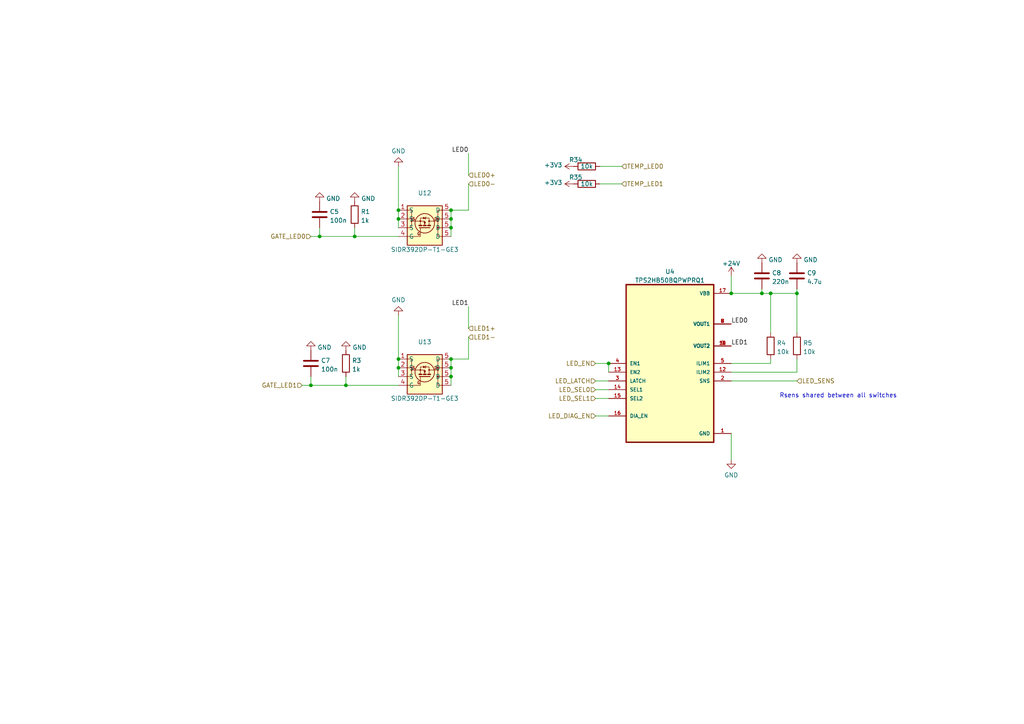
<source format=kicad_sch>
(kicad_sch (version 20211123) (generator eeschema)
  (paper "A4")
  (lib_symbols
    (symbol "Device:C" (pin_numbers hide) (pin_names (offset 0.254))
      (property "Reference" "C" (at 0.635 2.54 0))
      (property "Value" "C" (at 0.635 -2.54 0))
      (symbol "C_0_1"
        (polyline (pts (xy -2.032 -0.762) (xy 2.032 -0.762)) (stroke (width 0.508)))
        (polyline (pts (xy -2.032 0.762) (xy 2.032 0.762)) (stroke (width 0.508)))
      )
      (symbol "C_1_1"
        (pin passive line (at 0 3.81 270) (length 2.794) (name "~") (number "1"))
        (pin passive line (at 0 -3.81 90) (length 2.794) (name "~") (number "2"))
      )
    )
    (symbol "Device:R" (pin_numbers hide) (pin_names (offset 0))
      (property "Reference" "R" (at 2.032 0 90))
      (property "Value" "R" (at 0 0 90))
      (symbol "R_0_1"
        (rectangle (start -1.016 -2.54) (end 1.016 2.54) (stroke (width 0.254)))
      )
      (symbol "R_1_1"
        (pin passive line (at 0 3.81 270) (length 1.27) (name "~") (number "1"))
        (pin passive line (at 0 -3.81 90) (length 1.27) (name "~") (number "2"))
      )
    )
    (symbol "TPS2HB50BQPWPRQ1:TPS2HB50BQPWPRQ1" (pin_names (offset 1.016))
      (property "Reference" "U" (at -12.7 23.86 0))
      (property "Value" "TPS2HB50BQPWPRQ1" (at -12.7 -26.86 0))
      (symbol "TPS2HB50BQPWPRQ1_0_0"
        (rectangle (start -12.7 -22.86) (end 12.7 22.86) (stroke (width 0.41)) (fill (type background)))
        (pin power_in line (at 17.78 -20.32 180) (length 5.08) (name "GND") (number "1"))
        (pin power_out line (at 17.78 5.08 180) (length 5.08) (name "VOUT2") (number "10"))
        (pin power_out line (at 17.78 5.08 180) (length 5.08) (name "VOUT2") (number "11"))
        (pin output line (at 17.78 -2.54 180) (length 5.08) (name "ILIM2") (number "12"))
        (pin input line (at -17.78 -2.54 0) (length 5.08) (name "EN2") (number "13"))
        (pin input line (at -17.78 -7.62 0) (length 5.08) (name "SEL1") (number "14"))
        (pin input line (at -17.78 -10.16 0) (length 5.08) (name "SEL2") (number "15"))
        (pin bidirectional line (at -17.78 -15.24 0) (length 5.08) (name "DIA_EN") (number "16"))
        (pin power_in line (at 17.78 20.32 180) (length 5.08) (name "VBB") (number "17"))
        (pin output line (at 17.78 -5.08 180) (length 5.08) (name "SNS") (number "2"))
        (pin input line (at -17.78 -5.08 0) (length 5.08) (name "LATCH") (number "3"))
        (pin input line (at -17.78 0 0) (length 5.08) (name "EN1") (number "4"))
        (pin output line (at 17.78 0 180) (length 5.08) (name "ILIM1") (number "5"))
        (pin power_out line (at 17.78 11.43 180) (length 5.08) (name "VOUT1") (number "6"))
        (pin power_out line (at 17.78 11.43 180) (length 5.08) (name "VOUT1") (number "7"))
        (pin power_out line (at 17.78 11.43 180) (length 5.08) (name "VOUT1") (number "8"))
        (pin power_out line (at 17.78 5.08 180) (length 5.08) (name "VOUT2") (number "9"))
      )
    )
    (symbol "custom:SIDR392DP-T1-GE3"
      (property "Reference" "U" (at -5.08 7.62 0))
      (property "Value" "SIDR392DP-T1-GE3" (at 0 -6.35 0))
      (symbol "SIDR392DP-T1-GE3_0_0"
        (circle (center -3.81 1.905) (radius 0.127) (stroke (width 0.254)))
        (circle (center -1.27 1.905) (radius 0.127) (stroke (width 0.254)))
        (polyline (pts (xy -5.08 2.54) (xy -3.81 2.54)))
        (polyline (pts (xy -1.27 1.905) (xy -3.81 1.905)))
        (polyline (pts (xy 5.08 2.54) (xy 3.81 2.54)))
        (polyline (pts (xy -1.27 0.635) (xy -1.27 2.794) (xy 1.27 2.794) (xy 1.27 0.635)))
        (polyline (pts (xy 0.127 2.794) (xy -0.381 3.048) (xy -0.381 2.54) (xy 0.127 2.794)) (fill (type outline)))
        (polyline (pts (xy 0.381 3.175) (xy 0.254 3.048) (xy 0.254 2.54) (xy 0.127 2.413)))
        (circle (center 1.27 1.905) (radius 0.127) (stroke (width 0.254)))
        (circle (center 3.81 1.905) (radius 0.127) (stroke (width 0.254)))
        (text "D" (at 3.175 2.54 0) (effects (font (size 0.762 0.762))))
        (text "G" (at -1.778 -1.778 0) (effects (font (size 0.762 0.762))))
        (text "S" (at -3.175 2.54 0) (effects (font (size 0.762 0.762))))
      )
      (symbol "SIDR392DP-T1-GE3_0_1"
        (rectangle (start -5.08 6.35) (end 5.08 -5.08) (stroke (width 0.254)) (fill (type background)))
        (circle (center -3.81 2.54) (radius 0.127) (stroke (width 0.254)))
        (polyline (pts (xy -5.08 -2.54) (xy -1.27 -2.54)))
        (polyline (pts (xy -1.651 0.635) (xy -0.889 0.635)) (stroke (width 0.381)))
        (polyline (pts (xy -1.27 -2.54) (xy -1.27 0)))
        (polyline (pts (xy -0.381 0.635) (xy 0.381 0.635)) (stroke (width 0.381)))
        (polyline (pts (xy 0.889 0.635) (xy 1.651 0.635)) (stroke (width 0.381)))
        (polyline (pts (xy 1.27 1.905) (xy 3.81 1.905)))
        (polyline (pts (xy 5.08 0) (xy 3.81 0)))
        (polyline (pts (xy -1.524 0) (xy 1.524 0) (xy 1.524 0)) (stroke (width 0.254)))
        (polyline (pts (xy 0 0.635) (xy 0 1.905) (xy -1.27 1.905)))
        (polyline (pts (xy -5.08 0) (xy -3.81 0) (xy -3.81 5.08) (xy -5.08 5.08)))
        (polyline (pts (xy -0.254 1.651) (xy 0.254 1.651) (xy 0 1.016) (xy -0.254 1.651)) (fill (type outline)))
        (polyline (pts (xy 5.08 5.08) (xy 3.81 5.08) (xy 3.81 -2.54) (xy 5.08 -2.54)))
        (circle (center 0 1.27) (radius 2.8194) (stroke (width 0.2032)))
        (circle (center 3.81 0) (radius 0.127) (stroke (width 0.254)))
        (circle (center 3.81 2.54) (radius 0.127) (stroke (width 0.254)))
      )
      (symbol "SIDR392DP-T1-GE3_1_1"
        (pin power_out line (at -7.62 5.08 0) (length 2.54) (name "S") (number "1"))
        (pin power_out line (at -7.62 2.54 0) (length 2.54) (name "S") (number "2"))
        (pin power_out line (at -7.62 0 0) (length 2.54) (name "S") (number "3"))
        (pin input line (at -7.62 -2.54 0) (length 2.54) (name "G") (number "4"))
        (pin power_in line (at 7.62 -2.54 180) (length 2.54) (name "D") (number "5"))
        (pin power_in line (at 7.62 0 180) (length 2.54) (name "D") (number "5"))
        (pin power_in line (at 7.62 2.54 180) (length 2.54) (name "D") (number "5"))
        (pin power_in line (at 7.62 5.08 180) (length 2.54) (name "D") (number "5"))
      )
    )
    (symbol "power:+24V" (power) (pin_names (offset 0))
      (property "Value" "+24V" (at 0 3.556 0))
      (symbol "+24V_0_1"
        (polyline (pts (xy -0.762 1.27) (xy 0 2.54)))
        (polyline (pts (xy 0 0) (xy 0 2.54)))
        (polyline (pts (xy 0 2.54) (xy 0.762 1.27)))
      )
      (symbol "+24V_1_1"
        (pin power_in line (at 0 0 90) (length 0) hide (name "+24V") (number "1"))
      )
    )
    (symbol "power:GND" (power) (pin_names (offset 0))
      (property "Value" "GND" (at 0 -3.81 0))
      (symbol "GND_0_1"
        (polyline (pts (xy 0 0) (xy 0 -1.27) (xy 1.27 -1.27) (xy 0 -2.54) (xy -1.27 -1.27) (xy 0 -1.27)))
      )
      (symbol "GND_1_1"
        (pin power_in line (at 0 0 270) (length 0) hide (name "GND") (number "1"))
      )
    )
    (symbol "uven-mainboard-rescue:+3.3V-power" (power) (pin_names (offset 0))
      (property "Value" "+3.3V-power" (at 0 3.556 0))
      (symbol "+3.3V-power_0_1"
        (polyline (pts (xy -0.762 1.27) (xy 0 2.54)))
        (polyline (pts (xy 0 0) (xy 0 2.54)))
        (polyline (pts (xy 0 2.54) (xy 0.762 1.27)))
      )
      (symbol "+3.3V-power_1_1"
        (pin power_in line (at 0 0 90) (length 0) hide (name "+3V3") (number "1"))
      )
    )
    (symbol "uven-mainboard-rescue:R-Device" (pin_numbers hide) (pin_names (offset 0))
      (property "Reference" "R" (at 2.032 0 90))
      (property "Value" "R-Device" (at 0 0 90))
      (symbol "R-Device_0_1"
        (rectangle (start -1.016 -2.54) (end 1.016 2.54) (stroke (width 0.254)))
      )
      (symbol "R-Device_1_1"
        (pin passive line (at 0 3.81 270) (length 1.27) (name "~") (number "1"))
        (pin passive line (at 0 -3.81 90) (length 1.27) (name "~") (number "2"))
      )
    )
  )
  (junction (at 92.71 68.58))
  (junction (at 130.81 63.5))
  (junction (at 130.81 60.96))
  (junction (at 100.33 111.76))
  (junction (at 102.87 68.58))
  (junction (at 115.57 104.14))
  (junction (at 223.52 85.09))
  (junction (at 115.57 60.96))
  (junction (at 90.17 111.76))
  (junction (at 130.81 104.14))
  (junction (at 130.81 109.22))
  (junction (at 231.14 85.09))
  (junction (at 212.09 85.09))
  (junction (at 130.81 106.68))
  (junction (at 176.53 105.41))
  (junction (at 130.81 66.04))
  (junction (at 115.57 106.68))
  (junction (at 115.57 63.5))
  (junction (at 220.98 85.09))
  (wire (pts (xy 220.98 85.09) (xy 223.52 85.09)))
  (wire (pts (xy 172.72 105.41) (xy 176.53 105.41)))
  (wire (pts (xy 115.57 60.96) (xy 115.57 63.5)))
  (wire (pts (xy 212.09 133.35) (xy 212.09 125.73)))
  (wire (pts (xy 212.09 85.09) (xy 220.98 85.09)))
  (wire (pts (xy 135.89 97.79) (xy 135.89 104.14)))
  (wire (pts (xy 173.99 53.34) (xy 180.34 53.34)))
  (wire (pts (xy 231.14 85.09) (xy 231.14 83.82)))
  (wire (pts (xy 173.99 48.26) (xy 180.34 48.26)))
  (wire (pts (xy 102.87 68.58) (xy 115.57 68.58)))
  (wire (pts (xy 115.57 63.5) (xy 115.57 66.04)))
  (wire (pts (xy 223.52 105.41) (xy 223.52 104.14)))
  (wire (pts (xy 172.72 115.57) (xy 176.53 115.57)))
  (wire (pts (xy 223.52 85.09) (xy 231.14 85.09)))
  (wire (pts (xy 172.72 110.49) (xy 176.53 110.49)))
  (wire (pts (xy 115.57 91.44) (xy 115.57 104.14)))
  (wire (pts (xy 100.33 109.22) (xy 100.33 111.76)))
  (wire (pts (xy 212.09 105.41) (xy 223.52 105.41)))
  (wire (pts (xy 135.89 60.96) (xy 130.81 60.96)))
  (wire (pts (xy 223.52 85.09) (xy 223.52 96.52)))
  (wire (pts (xy 115.57 104.14) (xy 115.57 106.68)))
  (wire (pts (xy 130.81 60.96) (xy 130.81 63.5)))
  (wire (pts (xy 130.81 106.68) (xy 130.81 109.22)))
  (wire (pts (xy 231.14 85.09) (xy 231.14 96.52)))
  (wire (pts (xy 92.71 68.58) (xy 102.87 68.58)))
  (wire (pts (xy 130.81 109.22) (xy 130.81 111.76)))
  (wire (pts (xy 130.81 66.04) (xy 130.81 68.58)))
  (wire (pts (xy 135.89 53.34) (xy 135.89 60.96)))
  (wire (pts (xy 90.17 109.22) (xy 90.17 111.76)))
  (wire (pts (xy 92.71 66.04) (xy 92.71 68.58)))
  (wire (pts (xy 135.89 44.45) (xy 135.89 50.8)))
  (wire (pts (xy 130.81 104.14) (xy 135.89 104.14)))
  (wire (pts (xy 87.63 111.76) (xy 90.17 111.76)))
  (wire (pts (xy 130.81 63.5) (xy 130.81 66.04)))
  (wire (pts (xy 135.89 88.9) (xy 135.89 95.25)))
  (wire (pts (xy 90.17 68.58) (xy 92.71 68.58)))
  (wire (pts (xy 115.57 106.68) (xy 115.57 109.22)))
  (wire (pts (xy 100.33 111.76) (xy 115.57 111.76)))
  (wire (pts (xy 220.98 85.09) (xy 220.98 83.82)))
  (wire (pts (xy 176.53 105.41) (xy 176.53 107.95)))
  (wire (pts (xy 212.09 80.01) (xy 212.09 85.09)))
  (wire (pts (xy 231.14 107.95) (xy 231.14 104.14)))
  (wire (pts (xy 172.72 120.65) (xy 176.53 120.65)))
  (wire (pts (xy 102.87 66.04) (xy 102.87 68.58)))
  (wire (pts (xy 172.72 113.03) (xy 176.53 113.03)))
  (wire (pts (xy 115.57 48.26) (xy 115.57 60.96)))
  (wire (pts (xy 212.09 107.95) (xy 231.14 107.95)))
  (wire (pts (xy 130.81 104.14) (xy 130.81 106.68)))
  (wire (pts (xy 212.09 110.49) (xy 231.14 110.49)))
  (wire (pts (xy 90.17 111.76) (xy 100.33 111.76)))
  (text "Rsens shared between all switches\n" (at 226.06 115.57 0) (effects (font (size 1.27 1.27)) (justify left bottom)))
  (label "LED0" (at 212.09 93.98 0))
  (label "LED0" (at 135.89 44.45 180))
  (label "LED1" (at 135.89 88.9 180))
  (label "LED1" (at 212.09 100.33 0))
  (hierarchical_label "GATE_LED0" (shape input) (at 90.17 68.58 180))
  (hierarchical_label "LED1-" (shape input) (at 135.89 97.79 0))
  (hierarchical_label "LED1+" (shape input) (at 135.89 95.25 0))
  (hierarchical_label "LED_SENS" (shape input) (at 231.14 110.49 0))
  (hierarchical_label "LED_LATCH" (shape input) (at 172.72 110.49 180))
  (hierarchical_label "LED_SEL1" (shape input) (at 172.72 115.57 180))
  (hierarchical_label "LED0-" (shape input) (at 135.89 53.34 0))
  (hierarchical_label "LED0+" (shape input) (at 135.89 50.8 0))
  (hierarchical_label "GATE_LED1" (shape input) (at 87.63 111.76 180))
  (hierarchical_label "TEMP_LED0" (shape input) (at 180.34 48.26 0))
  (hierarchical_label "LED_DIAG_EN" (shape input) (at 172.72 120.65 180))
  (hierarchical_label "LED_SEL0" (shape input) (at 172.72 113.03 180))
  (hierarchical_label "TEMP_LED1" (shape input) (at 180.34 53.34 0))
  (hierarchical_label "LED_EN" (shape input) (at 172.72 105.41 180))
  (symbol (lib_id "power:GND") (at 220.98 76.2 180) (unit 1)
    (property "Reference" "#PWR0119" (effects hide))
    (property "Value" "GND" (at 222.885 75.3638 0) (effects (justify right)))
  )
  (symbol (lib_id "uven-mainboard-rescue:R-Device") (at 170.18 48.26 270) (unit 1)
    (property "Reference" "R34" (at 167.005 46.355 90))
    (property "Value" "10k" (at 170.18 48.26 90))
    (property "Footprint" "Resistor_SMD:R_0603_1608Metric_Pad1.05x0.95mm_HandSolder" (effects hide))
  )
  (symbol (lib_id "power:GND") (at 90.17 101.6 180) (unit 1)
    (property "Reference" "#PWR0122" (effects hide))
    (property "Value" "GND" (at 92.075 100.7638 0) (effects (justify right)))
  )
  (symbol (lib_id "power:GND") (at 102.87 58.42 180) (unit 1)
    (property "Reference" "#PWR0113" (effects hide))
    (property "Value" "GND" (at 104.775 57.5838 0) (effects (justify right)))
  )
  (symbol (lib_id "custom:SIDR392DP-T1-GE3") (at 123.19 66.04 0) (unit 1)
    (property "Reference" "U12" (at 123.19 55.9902 0))
    (property "Value" "SIDR392DP-T1-GE3" (at 123.19 72.39 0))
    (property "Footprint" "custom_lib:PowerPAK SO-8DC" (effects hide))
  )
  (symbol (lib_id "Device:C") (at 92.71 62.23 0) (unit 1)
    (property "Reference" "C5" (at 95.631 61.3953 0) (effects (justify left)))
    (property "Value" "100n" (at 95.631 63.9322 0) (effects (justify left)))
    (property "Footprint" "Capacitor_SMD:C_0603_1608Metric_Pad1.08x0.95mm_HandSolder" (effects hide))
  )
  (symbol (lib_id "Device:C") (at 231.14 80.01 0) (unit 1)
    (property "Reference" "C9" (at 234.061 79.1753 0) (effects (justify left)))
    (property "Value" "4.7u" (at 234.061 81.7122 0) (effects (justify left)))
    (property "Footprint" "Capacitor_SMD:C_0603_1608Metric_Pad1.08x0.95mm_HandSolder" (effects hide))
  )
  (symbol (lib_id "Device:R") (at 223.52 100.33 0) (unit 1)
    (property "Reference" "R4" (at 225.298 99.4953 0) (effects (justify left)))
    (property "Value" "10k" (at 225.298 102.0322 0) (effects (justify left)))
    (property "Footprint" "Resistor_SMD:R_0603_1608Metric_Pad0.98x0.95mm_HandSolder" (effects hide))
  )
  (symbol (lib_id "power:GND") (at 115.57 91.44 180) (unit 1)
    (property "Reference" "#PWR0124" (effects hide))
    (property "Value" "GND" (at 115.57 86.9966 0))
  )
  (symbol (lib_id "uven-mainboard-rescue:+3.3V-power") (at 166.37 53.34 90) (unit 1)
    (property "Reference" "#PWR0198" (effects hide))
    (property "Value" "+3.3V" (at 163.1188 52.959 90) (effects (justify left)))
  )
  (symbol (lib_id "custom:SIDR392DP-T1-GE3") (at 123.19 109.22 0) (unit 1)
    (property "Reference" "U13" (at 123.19 99.1702 0))
    (property "Value" "SIDR392DP-T1-GE3" (at 123.19 115.57 0))
    (property "Footprint" "custom_lib:PowerPAK SO-8DC" (effects hide))
  )
  (symbol (lib_id "Device:C") (at 220.98 80.01 0) (unit 1)
    (property "Reference" "C8" (at 223.901 79.1753 0) (effects (justify left)))
    (property "Value" "220n" (at 223.901 81.7122 0) (effects (justify left)))
    (property "Footprint" "Capacitor_SMD:C_0603_1608Metric_Pad1.08x0.95mm_HandSolder" (effects hide))
  )
  (symbol (lib_id "Device:C") (at 90.17 105.41 0) (unit 1)
    (property "Reference" "C7" (at 93.091 104.5753 0) (effects (justify left)))
    (property "Value" "100n" (at 93.091 107.1122 0) (effects (justify left)))
    (property "Footprint" "Capacitor_SMD:C_0603_1608Metric_Pad1.08x0.95mm_HandSolder" (effects hide))
  )
  (symbol (lib_id "power:GND") (at 231.14 76.2 180) (unit 1)
    (property "Reference" "#PWR0118" (effects hide))
    (property "Value" "GND" (at 233.045 75.3638 0) (effects (justify right)))
  )
  (symbol (lib_id "power:GND") (at 100.33 101.6 180) (unit 1)
    (property "Reference" "#PWR0123" (effects hide))
    (property "Value" "GND" (at 102.235 100.7638 0) (effects (justify right)))
  )
  (symbol (lib_id "power:GND") (at 92.71 58.42 180) (unit 1)
    (property "Reference" "#PWR0112" (effects hide))
    (property "Value" "GND" (at 94.615 57.5838 0) (effects (justify right)))
  )
  (symbol (lib_id "power:GND") (at 115.57 48.26 180) (unit 1)
    (property "Reference" "#PWR0115" (effects hide))
    (property "Value" "GND" (at 115.57 43.8166 0))
  )
  (symbol (lib_id "uven-mainboard-rescue:R-Device") (at 170.18 53.34 270) (unit 1)
    (property "Reference" "R35" (at 167.005 51.435 90))
    (property "Value" "10k" (at 170.18 53.34 90))
    (property "Footprint" "Resistor_SMD:R_0603_1608Metric_Pad1.05x0.95mm_HandSolder" (effects hide))
  )
  (symbol (lib_id "uven-mainboard-rescue:+3.3V-power") (at 166.37 48.26 90) (unit 1)
    (property "Reference" "#PWR0199" (effects hide))
    (property "Value" "+3.3V" (at 163.1188 47.879 90) (effects (justify left)))
  )
  (symbol (lib_id "Device:R") (at 100.33 105.41 0) (unit 1)
    (property "Reference" "R3" (at 102.108 104.5753 0) (effects (justify left)))
    (property "Value" "1k" (at 102.108 107.1122 0) (effects (justify left)))
    (property "Footprint" "Resistor_SMD:R_0603_1608Metric_Pad0.98x0.95mm_HandSolder" (effects hide))
  )
  (symbol (lib_id "TPS2HB50BQPWPRQ1:TPS2HB50BQPWPRQ1") (at 194.31 105.41 0) (unit 1)
    (property "Reference" "U4" (at 194.31 78.7722 0))
    (property "Value" "TPS2HB50BQPWPRQ1" (at 194.31 81.3091 0))
    (property "Footprint" "custom_lib:SOP65P640X120-17N" (effects hide))
    (property "Package" "SOP65P640X120-17N" (effects hide))
    (property "Manufacturer" "Texas Instruments" (effects hide))
  )
  (symbol (lib_id "Device:R") (at 102.87 62.23 0) (unit 1)
    (property "Reference" "R1" (at 104.648 61.3953 0) (effects (justify left)))
    (property "Value" "1k" (at 104.648 63.9322 0) (effects (justify left)))
    (property "Footprint" "Resistor_SMD:R_0603_1608Metric_Pad0.98x0.95mm_HandSolder" (effects hide))
  )
  (symbol (lib_id "Device:R") (at 231.14 100.33 0) (unit 1)
    (property "Reference" "R5" (at 232.918 99.4953 0) (effects (justify left)))
    (property "Value" "10k" (at 232.918 102.0322 0) (effects (justify left)))
    (property "Footprint" "Resistor_SMD:R_0603_1608Metric_Pad0.98x0.95mm_HandSolder" (effects hide))
  )
  (symbol (lib_id "power:+24V") (at 212.09 80.01 0) (unit 1)
    (property "Reference" "#PWR0120" (effects hide))
    (property "Value" "+24V" (at 212.09 76.4342 0))
  )
  (symbol (lib_id "power:GND") (at 212.09 133.35 0) (unit 1)
    (property "Reference" "#PWR0121" (effects hide))
    (property "Value" "GND" (at 212.09 137.7934 0))
  )
)
</source>
